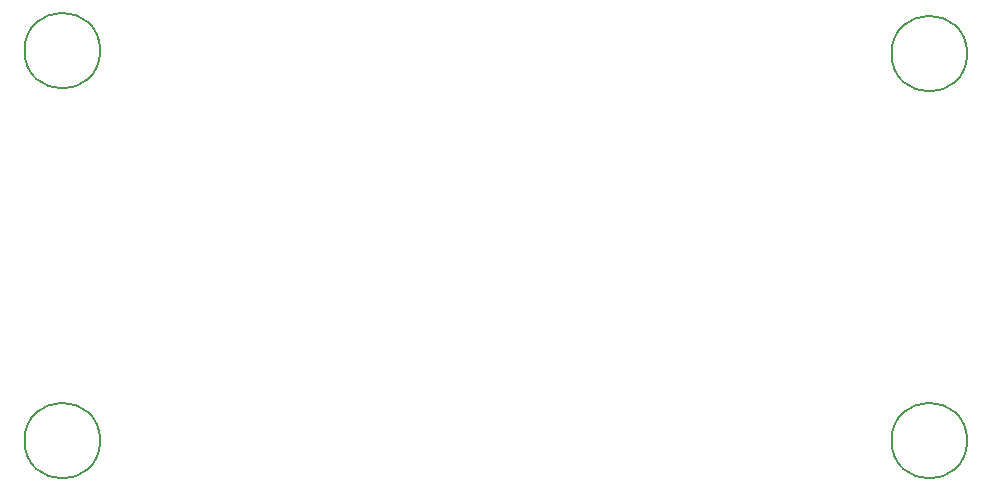
<source format=gbr>
G04 #@! TF.GenerationSoftware,KiCad,Pcbnew,(5.1.4-0-10_14)*
G04 #@! TF.CreationDate,2021-03-24T14:33:32+01:00*
G04 #@! TF.ProjectId,Display7447,44697370-6c61-4793-9734-34372e6b6963,rev?*
G04 #@! TF.SameCoordinates,Original*
G04 #@! TF.FileFunction,Other,Comment*
%FSLAX46Y46*%
G04 Gerber Fmt 4.6, Leading zero omitted, Abs format (unit mm)*
G04 Created by KiCad (PCBNEW (5.1.4-0-10_14)) date 2021-03-24 14:33:32*
%MOMM*%
%LPD*%
G04 APERTURE LIST*
%ADD10C,0.150000*%
G04 APERTURE END LIST*
D10*
X87020000Y-22352000D02*
G75*
G03X87020000Y-22352000I-3200000J0D01*
G01*
X160426000Y-22606000D02*
G75*
G03X160426000Y-22606000I-3200000J0D01*
G01*
X87020000Y-55372000D02*
G75*
G03X87020000Y-55372000I-3200000J0D01*
G01*
X160426000Y-55372000D02*
G75*
G03X160426000Y-55372000I-3200000J0D01*
G01*
M02*

</source>
